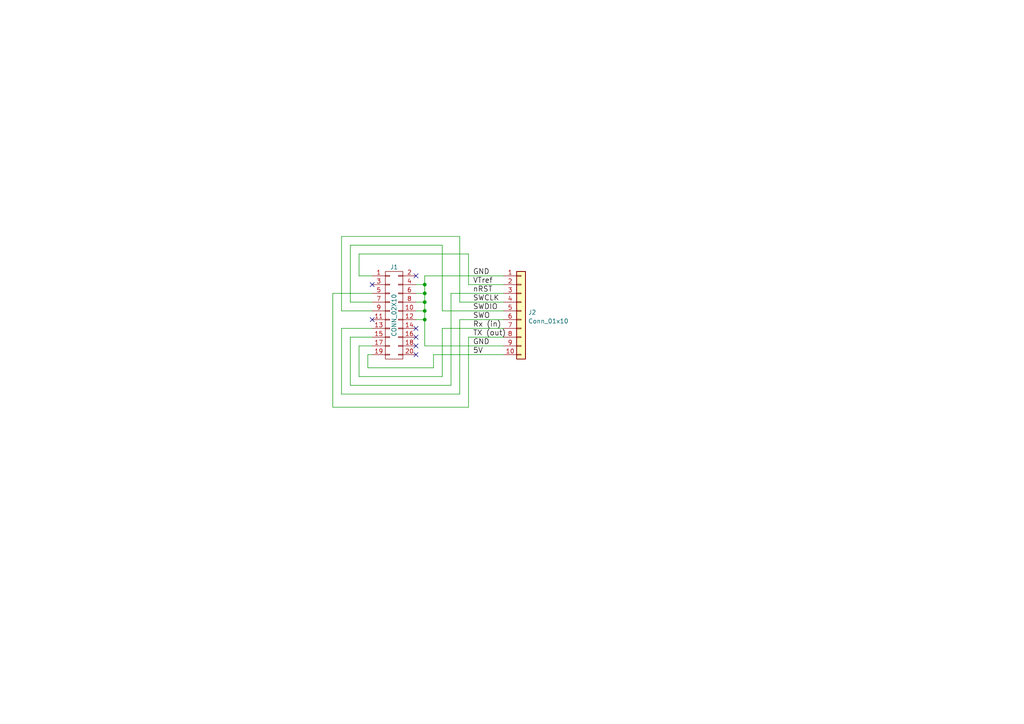
<source format=kicad_sch>
(kicad_sch (version 20211123) (generator eeschema)
  (paper "A4")
  (lib_symbols
    (symbol "Connector_Generic:Conn_01x10" (pin_names (offset 1.016) hide)
      (property "Reference" "J" (at 0 12.7 0))
      (property "Value" "Conn_01x10" (at 0 -15.24 0))
      (symbol "Conn_01x10_1_1"
        (rectangle (start -1.27 -12.573) (end 0 -12.827) (stroke (width 0.1524)))
        (rectangle (start -1.27 -10.033) (end 0 -10.287) (stroke (width 0.1524)))
        (rectangle (start -1.27 -7.493) (end 0 -7.747) (stroke (width 0.1524)))
        (rectangle (start -1.27 -4.953) (end 0 -5.207) (stroke (width 0.1524)))
        (rectangle (start -1.27 -2.413) (end 0 -2.667) (stroke (width 0.1524)))
        (rectangle (start -1.27 0.127) (end 0 -0.127) (stroke (width 0.1524)))
        (rectangle (start -1.27 2.667) (end 0 2.413) (stroke (width 0.1524)))
        (rectangle (start -1.27 5.207) (end 0 4.953) (stroke (width 0.1524)))
        (rectangle (start -1.27 7.747) (end 0 7.493) (stroke (width 0.1524)))
        (rectangle (start -1.27 10.287) (end 0 10.033) (stroke (width 0.1524)))
        (rectangle (start -1.27 11.43) (end 1.27 -13.97) (stroke (width 0.254)) (fill (type background)))
        (pin passive line (at -5.08 10.16 0) (length 3.81) (name "Pin_1") (number "1"))
        (pin passive line (at -5.08 -12.7 0) (length 3.81) (name "Pin_10") (number "10"))
        (pin passive line (at -5.08 7.62 0) (length 3.81) (name "Pin_2") (number "2"))
        (pin passive line (at -5.08 5.08 0) (length 3.81) (name "Pin_3") (number "3"))
        (pin passive line (at -5.08 2.54 0) (length 3.81) (name "Pin_4") (number "4"))
        (pin passive line (at -5.08 0 0) (length 3.81) (name "Pin_5") (number "5"))
        (pin passive line (at -5.08 -2.54 0) (length 3.81) (name "Pin_6") (number "6"))
        (pin passive line (at -5.08 -5.08 0) (length 3.81) (name "Pin_7") (number "7"))
        (pin passive line (at -5.08 -7.62 0) (length 3.81) (name "Pin_8") (number "8"))
        (pin passive line (at -5.08 -10.16 0) (length 3.81) (name "Pin_9") (number "9"))
      )
    )
    (symbol "arm-cortex-stm32-adapter-rescue:CONN_02X10" (pin_names (offset 0.0254) hide)
      (property "Reference" "J" (at 0 13.97 0))
      (property "Value" "CONN_02X10" (at 0 0 90))
      (symbol "CONN_02X10_0_1"
        (rectangle (start -2.54 -11.303) (end -1.27 -11.557))
        (rectangle (start -2.54 -8.763) (end -1.27 -9.017))
        (rectangle (start -2.54 -6.223) (end -1.27 -6.477))
        (rectangle (start -2.54 -3.683) (end -1.27 -3.937))
        (rectangle (start -2.54 -1.143) (end -1.27 -1.397))
        (rectangle (start -2.54 1.397) (end -1.27 1.143))
        (rectangle (start -2.54 3.937) (end -1.27 3.683))
        (rectangle (start -2.54 6.477) (end -1.27 6.223))
        (rectangle (start -2.54 9.017) (end -1.27 8.763))
        (rectangle (start -2.54 11.557) (end -1.27 11.303))
        (rectangle (start -2.54 12.7) (end 2.54 -12.7))
        (rectangle (start 1.27 -11.303) (end 2.54 -11.557))
        (rectangle (start 1.27 -8.763) (end 2.54 -9.017))
        (rectangle (start 1.27 -6.223) (end 2.54 -6.477))
        (rectangle (start 1.27 -3.683) (end 2.54 -3.937))
        (rectangle (start 1.27 -1.143) (end 2.54 -1.397))
        (rectangle (start 1.27 1.397) (end 2.54 1.143))
        (rectangle (start 1.27 3.937) (end 2.54 3.683))
        (rectangle (start 1.27 6.477) (end 2.54 6.223))
        (rectangle (start 1.27 9.017) (end 2.54 8.763))
        (rectangle (start 1.27 11.557) (end 2.54 11.303))
      )
      (symbol "CONN_02X10_1_1"
        (pin passive line (at -6.35 11.43 0) (length 3.81) (name "P1") (number "1"))
        (pin passive line (at 6.35 1.27 180) (length 3.81) (name "P10") (number "10"))
        (pin passive line (at -6.35 -1.27 0) (length 3.81) (name "P11") (number "11"))
        (pin passive line (at 6.35 -1.27 180) (length 3.81) (name "P12") (number "12"))
        (pin passive line (at -6.35 -3.81 0) (length 3.81) (name "P13") (number "13"))
        (pin passive line (at 6.35 -3.81 180) (length 3.81) (name "P14") (number "14"))
        (pin passive line (at -6.35 -6.35 0) (length 3.81) (name "P15") (number "15"))
        (pin passive line (at 6.35 -6.35 180) (length 3.81) (name "P16") (number "16"))
        (pin passive line (at -6.35 -8.89 0) (length 3.81) (name "P17") (number "17"))
        (pin passive line (at 6.35 -8.89 180) (length 3.81) (name "P18") (number "18"))
        (pin passive line (at -6.35 -11.43 0) (length 3.81) (name "P19") (number "19"))
        (pin passive line (at 6.35 11.43 180) (length 3.81) (name "P2") (number "2"))
        (pin passive line (at 6.35 -11.43 180) (length 3.81) (name "P20") (number "20"))
        (pin passive line (at -6.35 8.89 0) (length 3.81) (name "P3") (number "3"))
        (pin passive line (at 6.35 8.89 180) (length 3.81) (name "P4") (number "4"))
        (pin passive line (at -6.35 6.35 0) (length 3.81) (name "P5") (number "5"))
        (pin passive line (at 6.35 6.35 180) (length 3.81) (name "P6") (number "6"))
        (pin passive line (at -6.35 3.81 0) (length 3.81) (name "P7") (number "7"))
        (pin passive line (at 6.35 3.81 180) (length 3.81) (name "P8") (number "8"))
        (pin passive line (at -6.35 1.27 0) (length 3.81) (name "P9") (number "9"))
      )
    )
  )
  (junction (at 123.19 87.63))
  (junction (at 123.19 85.09))
  (junction (at 123.19 82.55))
  (junction (at 123.19 92.71))
  (junction (at 123.19 90.17))
  (no_connect (at 120.65 102.87))
  (no_connect (at 120.65 80.01))
  (no_connect (at 120.65 95.25))
  (no_connect (at 120.65 97.79))
  (no_connect (at 107.95 82.55))
  (no_connect (at 107.95 92.71))
  (no_connect (at 120.65 100.33))
  (wire (pts (xy 106.68 102.87) (xy 106.68 106.68)))
  (wire (pts (xy 133.35 92.71) (xy 146.05 92.71)))
  (wire (pts (xy 99.06 95.25) (xy 107.95 95.25)))
  (wire (pts (xy 128.27 95.25) (xy 128.27 109.22)))
  (wire (pts (xy 104.14 109.22) (xy 128.27 109.22)))
  (wire (pts (xy 123.19 82.55) (xy 123.19 85.09)))
  (wire (pts (xy 99.06 68.58) (xy 133.35 68.58)))
  (wire (pts (xy 107.95 87.63) (xy 101.6 87.63)))
  (wire (pts (xy 104.14 73.66) (xy 135.89 73.66)))
  (wire (pts (xy 135.89 97.79) (xy 135.89 118.11)))
  (wire (pts (xy 130.81 85.09) (xy 146.05 85.09)))
  (wire (pts (xy 99.06 114.3) (xy 99.06 95.25)))
  (wire (pts (xy 101.6 111.76) (xy 101.6 97.79)))
  (wire (pts (xy 99.06 90.17) (xy 99.06 68.58)))
  (wire (pts (xy 135.89 118.11) (xy 96.52 118.11)))
  (wire (pts (xy 133.35 68.58) (xy 133.35 87.63)))
  (wire (pts (xy 99.06 114.3) (xy 133.35 114.3)))
  (wire (pts (xy 123.19 100.33) (xy 146.05 100.33)))
  (wire (pts (xy 107.95 80.01) (xy 104.14 80.01)))
  (wire (pts (xy 128.27 90.17) (xy 146.05 90.17)))
  (wire (pts (xy 123.19 100.33) (xy 123.19 92.71)))
  (wire (pts (xy 123.19 80.01) (xy 123.19 82.55)))
  (wire (pts (xy 104.14 100.33) (xy 104.14 109.22)))
  (wire (pts (xy 101.6 97.79) (xy 107.95 97.79)))
  (wire (pts (xy 107.95 100.33) (xy 104.14 100.33)))
  (wire (pts (xy 133.35 87.63) (xy 146.05 87.63)))
  (wire (pts (xy 107.95 90.17) (xy 99.06 90.17)))
  (wire (pts (xy 123.19 92.71) (xy 120.65 92.71)))
  (wire (pts (xy 125.73 106.68) (xy 125.73 102.87)))
  (wire (pts (xy 128.27 71.12) (xy 128.27 90.17)))
  (wire (pts (xy 123.19 85.09) (xy 123.19 87.63)))
  (wire (pts (xy 130.81 85.09) (xy 130.81 111.76)))
  (wire (pts (xy 135.89 97.79) (xy 146.05 97.79)))
  (wire (pts (xy 120.65 82.55) (xy 123.19 82.55)))
  (wire (pts (xy 135.89 82.55) (xy 146.05 82.55)))
  (wire (pts (xy 135.89 82.55) (xy 135.89 73.66)))
  (wire (pts (xy 123.19 80.01) (xy 146.05 80.01)))
  (wire (pts (xy 101.6 87.63) (xy 101.6 71.12)))
  (wire (pts (xy 107.95 102.87) (xy 106.68 102.87)))
  (wire (pts (xy 125.73 102.87) (xy 146.05 102.87)))
  (wire (pts (xy 101.6 71.12) (xy 128.27 71.12)))
  (wire (pts (xy 101.6 111.76) (xy 130.81 111.76)))
  (wire (pts (xy 120.65 85.09) (xy 123.19 85.09)))
  (wire (pts (xy 96.52 85.09) (xy 96.52 118.11)))
  (wire (pts (xy 123.19 90.17) (xy 123.19 92.71)))
  (wire (pts (xy 123.19 90.17) (xy 120.65 90.17)))
  (wire (pts (xy 123.19 87.63) (xy 120.65 87.63)))
  (wire (pts (xy 104.14 80.01) (xy 104.14 73.66)))
  (wire (pts (xy 133.35 92.71) (xy 133.35 114.3)))
  (wire (pts (xy 128.27 95.25) (xy 146.05 95.25)))
  (wire (pts (xy 107.95 85.09) (xy 96.52 85.09)))
  (wire (pts (xy 106.68 106.68) (xy 125.73 106.68)))
  (wire (pts (xy 123.19 87.63) (xy 123.19 90.17)))
  (label "VTref" (at 137.16 82.55 0) (effects (font (size 1.524 1.524))))
  (label "SWDIO" (at 137.16 90.17 0) (effects (font (size 1.524 1.524))))
  (label "nRST" (at 137.16 85.09 0) (effects (font (size 1.524 1.524))))
  (label "Rx (in)" (at 137.16 95.25 0) (effects (font (size 1.524 1.524))))
  (label "5V" (at 137.16 102.87 0) (effects (font (size 1.524 1.524))))
  (label "SWCLK" (at 137.16 87.63 0) (effects (font (size 1.524 1.524))))
  (label "TX (out)" (at 137.16 97.79 0) (effects (font (size 1.524 1.524))))
  (label "SWO" (at 137.16 92.71 0) (effects (font (size 1.524 1.524))))
  (label "GND" (at 137.16 80.01 0) (effects (font (size 1.524 1.524))))
  (label "GND" (at 137.16 100.33 0) (effects (font (size 1.524 1.524))))
  (symbol (lib_id "arm-cortex-stm32-adapter-rescue:CONN_02X10") (at 114.3 91.44 0) (unit 1)
    (property "Reference" "J1" (at 114.3 77.47 0))
    (property "Value" "CONN_02X10" (at 114.3 91.44 90))
    (property "Footprint" "Connector_PinSocket_2.54mm:PinSocket_2x10_P2.54mm_Horizontal" (effects hide))
  )
  (symbol (lib_id "Connector_Generic:Conn_01x10") (at 151.13 90.17 0) (unit 1)
    (property "Reference" "J2" (at 153.162 90.6053 0) (effects (justify left)))
    (property "Value" "Conn_01x10" (at 153.162 93.1422 0) (effects (justify left)))
    (property "Footprint" "Connector_PinHeader_2.54mm:PinHeader_1x10_P2.54mm_Vertical" (effects hide))
  )
)
</source>
